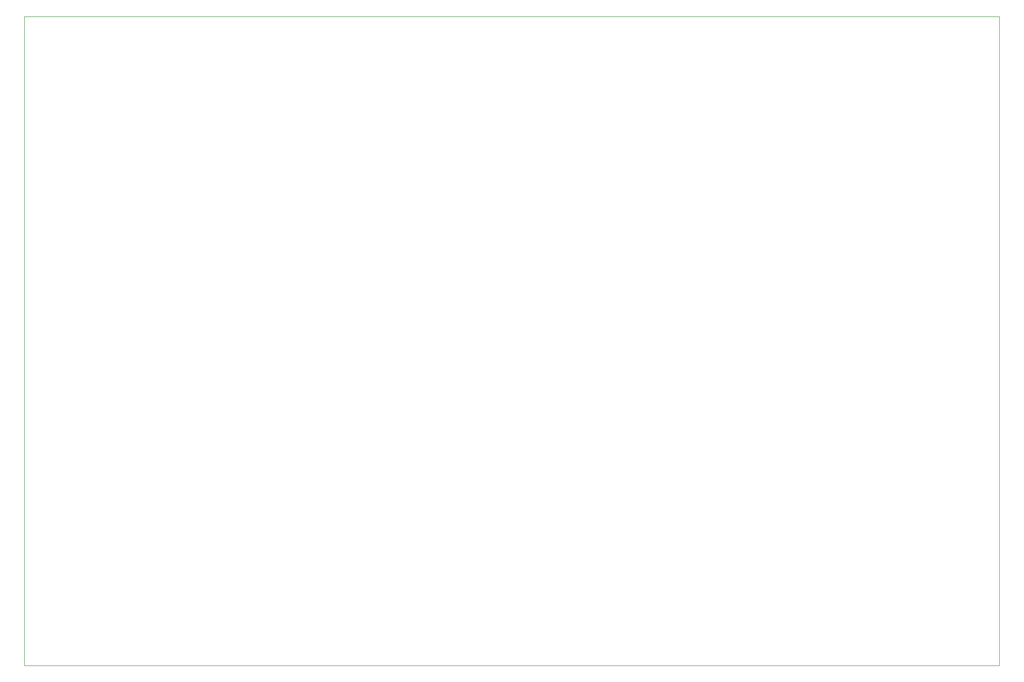
<source format=gbr>
%TF.GenerationSoftware,KiCad,Pcbnew,9.0.4*%
%TF.CreationDate,2025-09-17T14:06:31+05:30*%
%TF.ProjectId,Robot_power_board,526f626f-745f-4706-9f77-65725f626f61,rev?*%
%TF.SameCoordinates,Original*%
%TF.FileFunction,Profile,NP*%
%FSLAX46Y46*%
G04 Gerber Fmt 4.6, Leading zero omitted, Abs format (unit mm)*
G04 Created by KiCad (PCBNEW 9.0.4) date 2025-09-17 14:06:31*
%MOMM*%
%LPD*%
G01*
G04 APERTURE LIST*
%TA.AperFunction,Profile*%
%ADD10C,0.050000*%
%TD*%
G04 APERTURE END LIST*
D10*
X41500000Y-29000000D02*
X221500000Y-29000000D01*
X221500000Y-149000000D01*
X41500000Y-149000000D01*
X41500000Y-29000000D01*
M02*

</source>
